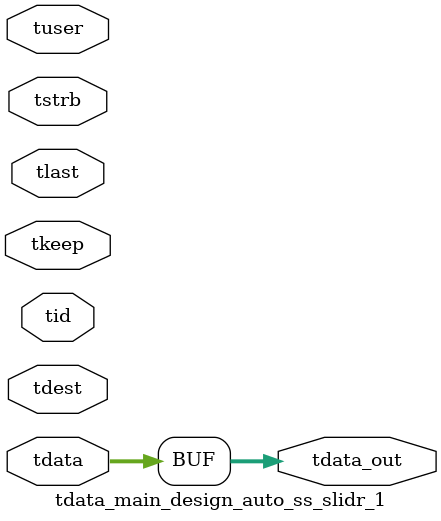
<source format=v>


`timescale 1ps/1ps

module tdata_main_design_auto_ss_slidr_1 #
(
parameter C_S_AXIS_TDATA_WIDTH = 32,
parameter C_S_AXIS_TUSER_WIDTH = 0,
parameter C_S_AXIS_TID_WIDTH   = 0,
parameter C_S_AXIS_TDEST_WIDTH = 0,
parameter C_M_AXIS_TDATA_WIDTH = 32
)
(
input  [(C_S_AXIS_TDATA_WIDTH == 0 ? 1 : C_S_AXIS_TDATA_WIDTH)-1:0     ] tdata,
input  [(C_S_AXIS_TUSER_WIDTH == 0 ? 1 : C_S_AXIS_TUSER_WIDTH)-1:0     ] tuser,
input  [(C_S_AXIS_TID_WIDTH   == 0 ? 1 : C_S_AXIS_TID_WIDTH)-1:0       ] tid,
input  [(C_S_AXIS_TDEST_WIDTH == 0 ? 1 : C_S_AXIS_TDEST_WIDTH)-1:0     ] tdest,
input  [(C_S_AXIS_TDATA_WIDTH/8)-1:0 ] tkeep,
input  [(C_S_AXIS_TDATA_WIDTH/8)-1:0 ] tstrb,
input                                                                    tlast,
output [C_M_AXIS_TDATA_WIDTH-1:0] tdata_out
);

assign tdata_out = {tdata[31:0]};

endmodule


</source>
